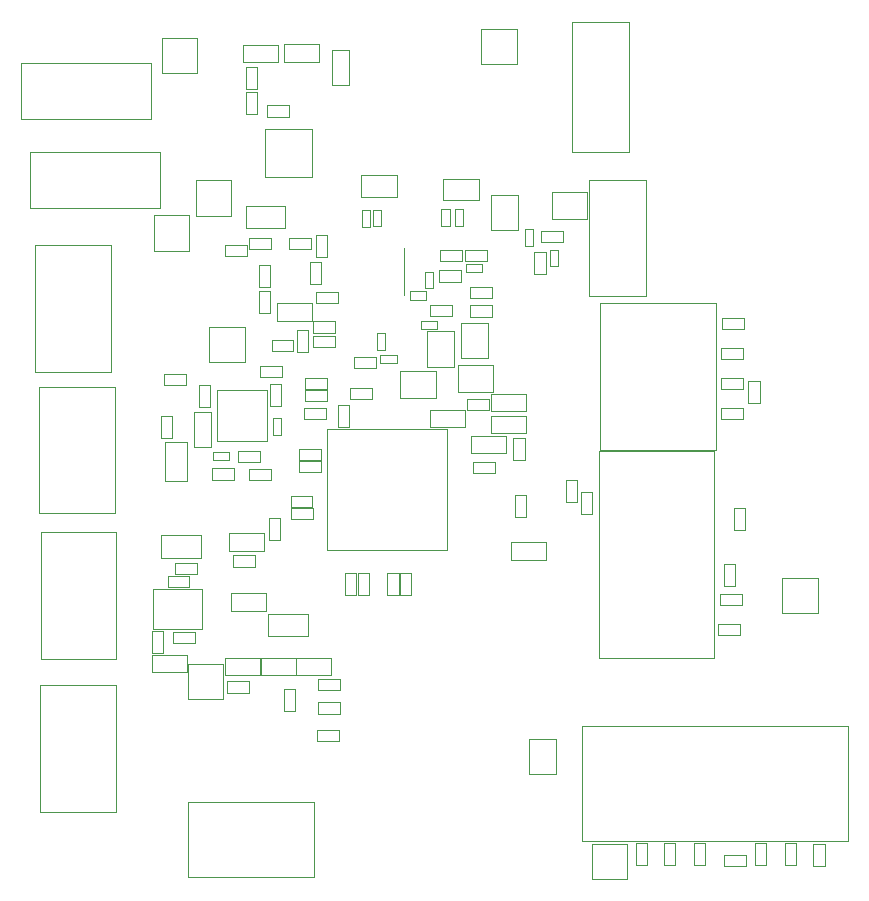
<source format=gbr>
G04 #@! TF.GenerationSoftware,KiCad,Pcbnew,(5.1.0)-1*
G04 #@! TF.CreationDate,2019-05-23T13:16:01+05:30*
G04 #@! TF.ProjectId,typec,74797065-632e-46b6-9963-61645f706362,rev?*
G04 #@! TF.SameCoordinates,Original*
G04 #@! TF.FileFunction,Other,User*
%FSLAX46Y46*%
G04 Gerber Fmt 4.6, Leading zero omitted, Abs format (unit mm)*
G04 Created by KiCad (PCBNEW (5.1.0)-1) date 2019-05-23 13:16:01*
%MOMM*%
%LPD*%
G04 APERTURE LIST*
%ADD10C,0.050000*%
G04 APERTURE END LIST*
D10*
X120065400Y-52104800D02*
X113665400Y-52104800D01*
X113665400Y-52104800D02*
X113665400Y-62804800D01*
X113665400Y-62804800D02*
X120065400Y-62804800D01*
X120065400Y-62804800D02*
X120065400Y-52104800D01*
X132728201Y-88513801D02*
X129768201Y-88513801D01*
X132728201Y-87053801D02*
X132728201Y-88513801D01*
X129768201Y-87053801D02*
X132728201Y-87053801D01*
X129768201Y-88513801D02*
X129768201Y-87053801D01*
X133323220Y-64390380D02*
X133323220Y-68690380D01*
X129023220Y-64390380D02*
X133323220Y-64390380D01*
X133323220Y-68690380D02*
X129023220Y-68690380D01*
X129023220Y-68690380D02*
X129023220Y-64390380D01*
X161498100Y-57005520D02*
X161498100Y-69405520D01*
X161498100Y-69405520D02*
X171298100Y-69405520D01*
X171298100Y-69405520D02*
X171298100Y-57005520D01*
X171298100Y-57005520D02*
X161498100Y-57005520D01*
X126570860Y-90532520D02*
X126570860Y-87532520D01*
X126570860Y-90532520D02*
X129570860Y-90532520D01*
X129570860Y-87532520D02*
X126570860Y-87532520D01*
X129570860Y-87532520D02*
X129570860Y-90532520D01*
X144879320Y-56340760D02*
X144879320Y-52340760D01*
X135165600Y-52413000D02*
X135165600Y-51473000D01*
X135165600Y-51473000D02*
X137025600Y-51473000D01*
X137025600Y-51473000D02*
X137025600Y-52413000D01*
X137025600Y-52413000D02*
X135165600Y-52413000D01*
X148210140Y-48296240D02*
X148210140Y-46476240D01*
X151210140Y-48296240D02*
X148210140Y-48296240D01*
X148210140Y-46476240D02*
X151210140Y-46476240D01*
X151210140Y-46476240D02*
X151210140Y-48296240D01*
X132626000Y-55966000D02*
X133566000Y-55966000D01*
X133566000Y-55966000D02*
X133566000Y-57826000D01*
X133566000Y-57826000D02*
X132626000Y-57826000D01*
X132626000Y-57826000D02*
X132626000Y-55966000D01*
X128410840Y-58987560D02*
X131410840Y-58987560D01*
X128410840Y-58987560D02*
X128410840Y-61987560D01*
X131410840Y-61987560D02*
X131410840Y-58987560D01*
X131410840Y-61987560D02*
X128410840Y-61987560D01*
X136944000Y-55359800D02*
X136944000Y-53499800D01*
X137884000Y-55359800D02*
X136944000Y-55359800D01*
X137884000Y-53499800D02*
X137884000Y-55359800D01*
X136944000Y-53499800D02*
X137884000Y-53499800D01*
X132626000Y-53807000D02*
X133566000Y-53807000D01*
X133566000Y-53807000D02*
X133566000Y-55667000D01*
X133566000Y-55667000D02*
X132626000Y-55667000D01*
X132626000Y-55667000D02*
X132626000Y-53807000D01*
X130275460Y-49592360D02*
X127275460Y-49592360D01*
X130275460Y-49592360D02*
X130275460Y-46592360D01*
X127275460Y-46592360D02*
X127275460Y-49592360D01*
X127275460Y-46592360D02*
X130275460Y-46592360D01*
X137477400Y-53073800D02*
X137477400Y-51213800D01*
X138417400Y-53073800D02*
X137477400Y-53073800D01*
X138417400Y-51213800D02*
X138417400Y-53073800D01*
X137477400Y-51213800D02*
X138417400Y-51213800D01*
X150484340Y-56591300D02*
X150484340Y-55651300D01*
X150484340Y-55651300D02*
X152344340Y-55651300D01*
X152344340Y-55651300D02*
X152344340Y-56591300D01*
X152344340Y-56591300D02*
X150484340Y-56591300D01*
X143301200Y-60974200D02*
X142601200Y-60974200D01*
X142601200Y-60974200D02*
X142601200Y-59574200D01*
X142601200Y-59574200D02*
X143301200Y-59574200D01*
X143301200Y-59574200D02*
X143301200Y-60974200D01*
X139029800Y-59499600D02*
X137169800Y-59499600D01*
X139029800Y-58559600D02*
X139029800Y-59499600D01*
X137169800Y-58559600D02*
X139029800Y-58559600D01*
X137169800Y-59499600D02*
X137169800Y-58559600D01*
X137474600Y-57035800D02*
X137474600Y-56095800D01*
X137474600Y-56095800D02*
X139334600Y-56095800D01*
X139334600Y-56095800D02*
X139334600Y-57035800D01*
X139334600Y-57035800D02*
X137474600Y-57035800D01*
X142509600Y-61556800D02*
X142509600Y-62496800D01*
X142509600Y-62496800D02*
X140649600Y-62496800D01*
X140649600Y-62496800D02*
X140649600Y-61556800D01*
X140649600Y-61556800D02*
X142509600Y-61556800D01*
X152324160Y-57200700D02*
X152324160Y-58140700D01*
X152324160Y-58140700D02*
X150464160Y-58140700D01*
X150464160Y-58140700D02*
X150464160Y-57200700D01*
X150464160Y-57200700D02*
X152324160Y-57200700D01*
X133619600Y-52438400D02*
X131759600Y-52438400D01*
X133619600Y-51498400D02*
X133619600Y-52438400D01*
X131759600Y-51498400D02*
X133619600Y-51498400D01*
X131759600Y-52438400D02*
X131759600Y-51498400D01*
X147705000Y-59201800D02*
X146305000Y-59201800D01*
X147705000Y-58501800D02*
X147705000Y-59201800D01*
X146305000Y-58501800D02*
X147705000Y-58501800D01*
X146305000Y-59201800D02*
X146305000Y-58501800D01*
X147365200Y-55767200D02*
X146665200Y-55767200D01*
X146665200Y-55767200D02*
X146665200Y-54367200D01*
X146665200Y-54367200D02*
X147365200Y-54367200D01*
X147365200Y-54367200D02*
X147365200Y-55767200D01*
X131489900Y-50683200D02*
X131489900Y-48783200D01*
X131489900Y-48783200D02*
X134849900Y-48783200D01*
X134849900Y-48783200D02*
X134849900Y-50683200D01*
X134849900Y-50683200D02*
X131489900Y-50683200D01*
X137169800Y-59753400D02*
X139029800Y-59753400D01*
X137169800Y-60693400D02*
X137169800Y-59753400D01*
X139029800Y-60693400D02*
X137169800Y-60693400D01*
X139029800Y-59753400D02*
X139029800Y-60693400D01*
X133679840Y-61038840D02*
X133679840Y-60098840D01*
X133679840Y-60098840D02*
X135539840Y-60098840D01*
X135539840Y-60098840D02*
X135539840Y-61038840D01*
X135539840Y-61038840D02*
X133679840Y-61038840D01*
X148963600Y-58077200D02*
X147103600Y-58077200D01*
X148963600Y-57137200D02*
X148963600Y-58077200D01*
X147103600Y-57137200D02*
X148963600Y-57137200D01*
X147103600Y-58077200D02*
X147103600Y-57137200D01*
X135828940Y-59288320D02*
X136768940Y-59288320D01*
X136768940Y-59288320D02*
X136768940Y-61148320D01*
X136768940Y-61148320D02*
X135828940Y-61148320D01*
X135828940Y-61148320D02*
X135828940Y-59288320D01*
X144286200Y-61397400D02*
X144286200Y-62097400D01*
X144286200Y-62097400D02*
X142886200Y-62097400D01*
X142886200Y-62097400D02*
X142886200Y-61397400D01*
X142886200Y-61397400D02*
X144286200Y-61397400D01*
X145388060Y-56699900D02*
X145388060Y-55999900D01*
X145388060Y-55999900D02*
X146788060Y-55999900D01*
X146788060Y-55999900D02*
X146788060Y-56699900D01*
X146788060Y-56699900D02*
X145388060Y-56699900D01*
X131638400Y-52997200D02*
X129778400Y-52997200D01*
X131638400Y-52057200D02*
X131638400Y-52997200D01*
X129778400Y-52057200D02*
X131638400Y-52057200D01*
X129778400Y-52997200D02*
X129778400Y-52057200D01*
X137090600Y-57029600D02*
X137090600Y-58489600D01*
X137090600Y-58489600D02*
X134130600Y-58489600D01*
X134130600Y-58489600D02*
X134130600Y-57029600D01*
X134130600Y-57029600D02*
X137090600Y-57029600D01*
X149700200Y-55181600D02*
X147840200Y-55181600D01*
X149700200Y-54241600D02*
X149700200Y-55181600D01*
X147840200Y-54241600D02*
X149700200Y-54241600D01*
X147840200Y-55181600D02*
X147840200Y-54241600D01*
X155943200Y-54501000D02*
X155943200Y-52641000D01*
X156883200Y-54501000D02*
X155943200Y-54501000D01*
X156883200Y-52641000D02*
X156883200Y-54501000D01*
X155943200Y-52641000D02*
X156883200Y-52641000D01*
X126527600Y-72088800D02*
X124627600Y-72088800D01*
X124627600Y-72088800D02*
X124627600Y-68728800D01*
X124627600Y-68728800D02*
X126527600Y-68728800D01*
X126527600Y-68728800D02*
X126527600Y-72088800D01*
X144275940Y-46171440D02*
X144275940Y-47991440D01*
X141275940Y-46171440D02*
X144275940Y-46171440D01*
X144275940Y-47991440D02*
X141275940Y-47991440D01*
X141275940Y-47991440D02*
X141275940Y-46171440D01*
X154443560Y-36770440D02*
X151443560Y-36770440D01*
X154443560Y-36770440D02*
X154443560Y-33770440D01*
X151443560Y-33770440D02*
X151443560Y-36770440D01*
X151443560Y-33770440D02*
X154443560Y-33770440D01*
X127105660Y-66198300D02*
X128565660Y-66198300D01*
X128565660Y-66198300D02*
X128565660Y-69158300D01*
X128565660Y-69158300D02*
X127105660Y-69158300D01*
X127105660Y-69158300D02*
X127105660Y-66198300D01*
X134457540Y-65730480D02*
X133517540Y-65730480D01*
X133517540Y-65730480D02*
X133517540Y-63870480D01*
X133517540Y-63870480D02*
X134457540Y-63870480D01*
X134457540Y-63870480D02*
X134457540Y-65730480D01*
X128491080Y-63944140D02*
X128491080Y-65804140D01*
X127551080Y-63944140D02*
X128491080Y-63944140D01*
X127551080Y-65804140D02*
X127551080Y-63944140D01*
X128491080Y-65804140D02*
X127551080Y-65804140D01*
X128643160Y-71943060D02*
X128643160Y-71003060D01*
X128643160Y-71003060D02*
X130503160Y-71003060D01*
X130503160Y-71003060D02*
X130503160Y-71943060D01*
X130503160Y-71943060D02*
X128643160Y-71943060D01*
X130812040Y-69512080D02*
X132672040Y-69512080D01*
X130812040Y-70452080D02*
X130812040Y-69512080D01*
X132672040Y-70452080D02*
X130812040Y-70452080D01*
X132672040Y-69512080D02*
X132672040Y-70452080D01*
X132709560Y-63291820D02*
X132709560Y-62351820D01*
X132709560Y-62351820D02*
X134569560Y-62351820D01*
X134569560Y-62351820D02*
X134569560Y-63291820D01*
X134569560Y-63291820D02*
X132709560Y-63291820D01*
X130118120Y-69624460D02*
X130118120Y-70324460D01*
X130118120Y-70324460D02*
X128718120Y-70324460D01*
X128718120Y-70324460D02*
X128718120Y-69624460D01*
X128718120Y-69624460D02*
X130118120Y-69624460D01*
X131782320Y-71986240D02*
X131782320Y-71046240D01*
X131782320Y-71046240D02*
X133642320Y-71046240D01*
X133642320Y-71046240D02*
X133642320Y-71986240D01*
X133642320Y-71986240D02*
X131782320Y-71986240D01*
X156529680Y-50865940D02*
X158389680Y-50865940D01*
X156529680Y-51805940D02*
X156529680Y-50865940D01*
X158389680Y-51805940D02*
X156529680Y-51805940D01*
X158389680Y-50865940D02*
X158389680Y-51805940D01*
X147939400Y-53454400D02*
X147939400Y-52514400D01*
X147939400Y-52514400D02*
X149799400Y-52514400D01*
X149799400Y-52514400D02*
X149799400Y-53454400D01*
X149799400Y-53454400D02*
X147939400Y-53454400D01*
X151882200Y-52514400D02*
X151882200Y-53454400D01*
X151882200Y-53454400D02*
X150022200Y-53454400D01*
X150022200Y-53454400D02*
X150022200Y-52514400D01*
X150022200Y-52514400D02*
X151882200Y-52514400D01*
X165386720Y-56413900D02*
X165386720Y-46613900D01*
X160586720Y-56413900D02*
X165386720Y-56413900D01*
X160586720Y-46613900D02*
X160586720Y-56413900D01*
X165386720Y-46613900D02*
X160586720Y-46613900D01*
X151535360Y-53696120D02*
X151535360Y-54396120D01*
X151535360Y-54396120D02*
X150135360Y-54396120D01*
X150135360Y-54396120D02*
X150135360Y-53696120D01*
X150135360Y-53696120D02*
X151535360Y-53696120D01*
X155825940Y-50729920D02*
X155825940Y-52129920D01*
X155125940Y-50729920D02*
X155825940Y-50729920D01*
X155125940Y-52129920D02*
X155125940Y-50729920D01*
X155825940Y-52129920D02*
X155125940Y-52129920D01*
X157239220Y-53877480D02*
X157239220Y-52477480D01*
X157939220Y-53877480D02*
X157239220Y-53877480D01*
X157939220Y-52477480D02*
X157939220Y-53877480D01*
X157239220Y-52477480D02*
X157939220Y-52477480D01*
X137659460Y-35101780D02*
X137659460Y-36561780D01*
X137659460Y-36561780D02*
X134699460Y-36561780D01*
X134699460Y-36561780D02*
X134699460Y-35101780D01*
X134699460Y-35101780D02*
X137659460Y-35101780D01*
X138807440Y-38541140D02*
X138807440Y-35581140D01*
X140267440Y-38541140D02*
X138807440Y-38541140D01*
X140267440Y-35581140D02*
X140267440Y-38541140D01*
X138807440Y-35581140D02*
X140267440Y-35581140D01*
X131275740Y-36574480D02*
X131275740Y-35114480D01*
X131275740Y-35114480D02*
X134235740Y-35114480D01*
X134235740Y-35114480D02*
X134235740Y-36574480D01*
X134235740Y-36574480D02*
X131275740Y-36574480D01*
X131533800Y-37020000D02*
X132473800Y-37020000D01*
X132473800Y-37020000D02*
X132473800Y-38880000D01*
X132473800Y-38880000D02*
X131533800Y-38880000D01*
X131533800Y-38880000D02*
X131533800Y-37020000D01*
X135118200Y-40271600D02*
X135118200Y-41211600D01*
X135118200Y-41211600D02*
X133258200Y-41211600D01*
X133258200Y-41211600D02*
X133258200Y-40271600D01*
X133258200Y-40271600D02*
X135118200Y-40271600D01*
X132423000Y-39100400D02*
X132423000Y-40960400D01*
X131483000Y-39100400D02*
X132423000Y-39100400D01*
X131483000Y-40960400D02*
X131483000Y-39100400D01*
X132423000Y-40960400D02*
X131483000Y-40960400D01*
X127407800Y-34517200D02*
X127407800Y-37517200D01*
X127407800Y-34517200D02*
X124407800Y-34517200D01*
X124407800Y-37517200D02*
X127407800Y-37517200D01*
X124407800Y-37517200D02*
X124407800Y-34517200D01*
X125224640Y-66532540D02*
X125224640Y-68392540D01*
X124284640Y-66532540D02*
X125224640Y-66532540D01*
X124284640Y-68392540D02*
X124284640Y-66532540D01*
X125224640Y-68392540D02*
X124284640Y-68392540D01*
X124546000Y-63975080D02*
X124546000Y-63035080D01*
X124546000Y-63035080D02*
X126406000Y-63035080D01*
X126406000Y-63035080D02*
X126406000Y-63975080D01*
X126406000Y-63975080D02*
X124546000Y-63975080D01*
X123688980Y-49574320D02*
X126688980Y-49574320D01*
X123688980Y-49574320D02*
X123688980Y-52574320D01*
X126688980Y-52574320D02*
X126688980Y-49574320D01*
X126688980Y-52574320D02*
X123688980Y-52574320D01*
X148062200Y-50473800D02*
X148062200Y-49073800D01*
X148762200Y-50473800D02*
X148062200Y-50473800D01*
X148762200Y-49073800D02*
X148762200Y-50473800D01*
X148062200Y-49073800D02*
X148762200Y-49073800D01*
X142983700Y-49111940D02*
X142983700Y-50511940D01*
X142283700Y-49111940D02*
X142983700Y-49111940D01*
X142283700Y-50511940D02*
X142283700Y-49111940D01*
X142983700Y-50511940D02*
X142283700Y-50511940D01*
X142005800Y-50519120D02*
X141305800Y-50519120D01*
X141305800Y-50519120D02*
X141305800Y-49119120D01*
X141305800Y-49119120D02*
X142005800Y-49119120D01*
X142005800Y-49119120D02*
X142005800Y-50519120D01*
X149879800Y-49058600D02*
X149879800Y-50458600D01*
X149179800Y-49058600D02*
X149879800Y-49058600D01*
X149179800Y-50458600D02*
X149179800Y-49058600D01*
X149879800Y-50458600D02*
X149179800Y-50458600D01*
X136509400Y-64274800D02*
X136509400Y-63334800D01*
X136509400Y-63334800D02*
X138369400Y-63334800D01*
X138369400Y-63334800D02*
X138369400Y-64274800D01*
X138369400Y-64274800D02*
X136509400Y-64274800D01*
X136484000Y-65290800D02*
X136484000Y-64350800D01*
X136484000Y-64350800D02*
X138344000Y-64350800D01*
X138344000Y-64350800D02*
X138344000Y-65290800D01*
X138344000Y-65290800D02*
X136484000Y-65290800D01*
X152123360Y-65130580D02*
X152123360Y-66070580D01*
X152123360Y-66070580D02*
X150263360Y-66070580D01*
X150263360Y-66070580D02*
X150263360Y-65130580D01*
X150263360Y-65130580D02*
X152123360Y-65130580D01*
X127396600Y-79921200D02*
X125536600Y-79921200D01*
X127396600Y-78981200D02*
X127396600Y-79921200D01*
X125536600Y-78981200D02*
X127396600Y-78981200D01*
X125536600Y-79921200D02*
X125536600Y-78981200D01*
X136458600Y-66814800D02*
X136458600Y-65874800D01*
X136458600Y-65874800D02*
X138318600Y-65874800D01*
X138318600Y-65874800D02*
X138318600Y-66814800D01*
X138318600Y-66814800D02*
X136458600Y-66814800D01*
X138741700Y-87052400D02*
X138741700Y-88512400D01*
X138741700Y-88512400D02*
X135781700Y-88512400D01*
X135781700Y-88512400D02*
X135781700Y-87052400D01*
X135781700Y-87052400D02*
X138741700Y-87052400D01*
X135744500Y-88512400D02*
X132784500Y-88512400D01*
X135744500Y-87052400D02*
X135744500Y-88512400D01*
X132784500Y-87052400D02*
X135744500Y-87052400D01*
X132784500Y-88512400D02*
X132784500Y-87052400D01*
X136019180Y-70269200D02*
X136019180Y-69329200D01*
X136019180Y-69329200D02*
X137879180Y-69329200D01*
X137879180Y-69329200D02*
X137879180Y-70269200D01*
X137879180Y-70269200D02*
X136019180Y-70269200D01*
X137886800Y-70370600D02*
X137886800Y-71310600D01*
X137886800Y-71310600D02*
X136026800Y-71310600D01*
X136026800Y-71310600D02*
X136026800Y-70370600D01*
X136026800Y-70370600D02*
X137886800Y-70370600D01*
X137147800Y-74307800D02*
X135287800Y-74307800D01*
X137147800Y-73367800D02*
X137147800Y-74307800D01*
X135287800Y-73367800D02*
X137147800Y-73367800D01*
X135287800Y-74307800D02*
X135287800Y-73367800D01*
X135290200Y-74333000D02*
X137150200Y-74333000D01*
X135290200Y-75273000D02*
X135290200Y-74333000D01*
X137150200Y-75273000D02*
X135290200Y-75273000D01*
X137150200Y-74333000D02*
X137150200Y-75273000D01*
X123538800Y-88258400D02*
X123538800Y-86798400D01*
X123538800Y-86798400D02*
X126498800Y-86798400D01*
X126498800Y-86798400D02*
X126498800Y-88258400D01*
X126498800Y-88258400D02*
X123538800Y-88258400D01*
X156880000Y-77270000D02*
X156880000Y-78730000D01*
X156880000Y-78730000D02*
X153920000Y-78730000D01*
X153920000Y-78730000D02*
X153920000Y-77270000D01*
X153920000Y-77270000D02*
X156880000Y-77270000D01*
X133179000Y-81591400D02*
X133179000Y-83051400D01*
X133179000Y-83051400D02*
X130219000Y-83051400D01*
X130219000Y-83051400D02*
X130219000Y-81591400D01*
X130219000Y-81591400D02*
X133179000Y-81591400D01*
X140850720Y-79872340D02*
X140850720Y-81732340D01*
X139910720Y-79872340D02*
X140850720Y-79872340D01*
X139910720Y-81732340D02*
X139910720Y-79872340D01*
X140850720Y-81732340D02*
X139910720Y-81732340D01*
X140997840Y-79885180D02*
X141937840Y-79885180D01*
X141937840Y-79885180D02*
X141937840Y-81745180D01*
X141937840Y-81745180D02*
X140997840Y-81745180D01*
X140997840Y-81745180D02*
X140997840Y-79885180D01*
X144437200Y-79842000D02*
X144437200Y-81702000D01*
X143497200Y-79842000D02*
X144437200Y-79842000D01*
X143497200Y-81702000D02*
X143497200Y-79842000D01*
X144437200Y-81702000D02*
X143497200Y-81702000D01*
X144530980Y-79842140D02*
X145470980Y-79842140D01*
X145470980Y-79842140D02*
X145470980Y-81702140D01*
X145470980Y-81702140D02*
X144530980Y-81702140D01*
X144530980Y-81702140D02*
X144530980Y-79842140D01*
X150059840Y-67488820D02*
X147099840Y-67488820D01*
X150059840Y-66028820D02*
X150059840Y-67488820D01*
X147099840Y-66028820D02*
X150059840Y-66028820D01*
X147099840Y-67488820D02*
X147099840Y-66028820D01*
X152286520Y-66178180D02*
X152286520Y-64718180D01*
X152286520Y-64718180D02*
X155246520Y-64718180D01*
X155246520Y-64718180D02*
X155246520Y-66178180D01*
X155246520Y-66178180D02*
X152286520Y-66178180D01*
X155226300Y-68014600D02*
X152266300Y-68014600D01*
X155226300Y-66554600D02*
X155226300Y-68014600D01*
X152266300Y-66554600D02*
X155226300Y-66554600D01*
X152266300Y-68014600D02*
X152266300Y-66554600D01*
X150564400Y-68256400D02*
X153524400Y-68256400D01*
X150564400Y-69716400D02*
X150564400Y-68256400D01*
X153524400Y-69716400D02*
X150564400Y-69716400D01*
X153524400Y-68256400D02*
X153524400Y-69716400D01*
X158610200Y-73828000D02*
X158610200Y-71968000D01*
X159550200Y-73828000D02*
X158610200Y-73828000D01*
X159550200Y-71968000D02*
X159550200Y-73828000D01*
X158610200Y-71968000D02*
X159550200Y-71968000D01*
X137577801Y-91756801D02*
X137577801Y-90816801D01*
X137577801Y-90816801D02*
X139437801Y-90816801D01*
X139437801Y-90816801D02*
X139437801Y-91756801D01*
X139437801Y-91756801D02*
X137577801Y-91756801D01*
X139437801Y-89766801D02*
X137577801Y-89766801D01*
X139437801Y-88826801D02*
X139437801Y-89766801D01*
X137577801Y-88826801D02*
X139437801Y-88826801D01*
X137577801Y-89766801D02*
X137577801Y-88826801D01*
X124352500Y-78572400D02*
X124352500Y-76672400D01*
X124352500Y-76672400D02*
X127712500Y-76672400D01*
X127712500Y-76672400D02*
X127712500Y-78572400D01*
X127712500Y-78572400D02*
X124352500Y-78572400D01*
X136734100Y-85227200D02*
X133374100Y-85227200D01*
X136734100Y-83327200D02*
X136734100Y-85227200D01*
X133374100Y-83327200D02*
X136734100Y-83327200D01*
X133374100Y-85227200D02*
X133374100Y-83327200D01*
X160794800Y-72984000D02*
X160794800Y-74844000D01*
X159854800Y-72984000D02*
X160794800Y-72984000D01*
X159854800Y-74844000D02*
X159854800Y-72984000D01*
X160794800Y-74844000D02*
X159854800Y-74844000D01*
X140319400Y-65113000D02*
X140319400Y-64173000D01*
X140319400Y-64173000D02*
X142179400Y-64173000D01*
X142179400Y-64173000D02*
X142179400Y-65113000D01*
X142179400Y-65113000D02*
X140319400Y-65113000D01*
X154279600Y-73253800D02*
X155219600Y-73253800D01*
X155219600Y-73253800D02*
X155219600Y-75113800D01*
X155219600Y-75113800D02*
X154279600Y-75113800D01*
X154279600Y-75113800D02*
X154279600Y-73253800D01*
X134730000Y-91530000D02*
X134730000Y-89670000D01*
X135670000Y-91530000D02*
X134730000Y-91530000D01*
X135670000Y-89670000D02*
X135670000Y-91530000D01*
X134730000Y-89670000D02*
X135670000Y-89670000D01*
X172859600Y-74381000D02*
X173799600Y-74381000D01*
X173799600Y-74381000D02*
X173799600Y-76241000D01*
X173799600Y-76241000D02*
X172859600Y-76241000D01*
X172859600Y-76241000D02*
X172859600Y-74381000D01*
X173523000Y-81622800D02*
X173523000Y-82562800D01*
X173523000Y-82562800D02*
X171663000Y-82562800D01*
X171663000Y-82562800D02*
X171663000Y-81622800D01*
X171663000Y-81622800D02*
X173523000Y-81622800D01*
X171510600Y-84137400D02*
X173370600Y-84137400D01*
X171510600Y-85077400D02*
X171510600Y-84137400D01*
X173370600Y-85077400D02*
X171510600Y-85077400D01*
X173370600Y-84137400D02*
X173370600Y-85077400D01*
X140220800Y-67452600D02*
X139280800Y-67452600D01*
X139280800Y-67452600D02*
X139280800Y-65592600D01*
X139280800Y-65592600D02*
X140220800Y-65592600D01*
X140220800Y-65592600D02*
X140220800Y-67452600D01*
X129930800Y-89979600D02*
X129930800Y-89039600D01*
X129930800Y-89039600D02*
X131790800Y-89039600D01*
X131790800Y-89039600D02*
X131790800Y-89979600D01*
X131790800Y-89979600D02*
X129930800Y-89979600D01*
X172961400Y-79130800D02*
X172961400Y-80990800D01*
X172021400Y-79130800D02*
X172961400Y-79130800D01*
X172021400Y-80990800D02*
X172021400Y-79130800D01*
X172961400Y-80990800D02*
X172021400Y-80990800D01*
X124873800Y-80124200D02*
X126733800Y-80124200D01*
X124873800Y-81064200D02*
X124873800Y-80124200D01*
X126733800Y-81064200D02*
X124873800Y-81064200D01*
X126733800Y-80124200D02*
X126733800Y-81064200D01*
X179565200Y-102778200D02*
X180505200Y-102778200D01*
X180505200Y-102778200D02*
X180505200Y-104638200D01*
X180505200Y-104638200D02*
X179565200Y-104638200D01*
X179565200Y-104638200D02*
X179565200Y-102778200D01*
X174586800Y-102679000D02*
X175526800Y-102679000D01*
X175526800Y-102679000D02*
X175526800Y-104539000D01*
X175526800Y-104539000D02*
X174586800Y-104539000D01*
X174586800Y-104539000D02*
X174586800Y-102679000D01*
X178074420Y-102750260D02*
X178074420Y-104610260D01*
X177134420Y-102750260D02*
X178074420Y-102750260D01*
X177134420Y-104610260D02*
X177134420Y-102750260D01*
X178074420Y-104610260D02*
X177134420Y-104610260D01*
X173721260Y-59215120D02*
X171861260Y-59215120D01*
X173721260Y-58275120D02*
X173721260Y-59215120D01*
X171861260Y-58275120D02*
X173721260Y-58275120D01*
X171861260Y-59215120D02*
X171861260Y-58275120D01*
X171967800Y-104660800D02*
X171967800Y-103720800D01*
X171967800Y-103720800D02*
X173827800Y-103720800D01*
X173827800Y-103720800D02*
X173827800Y-104660800D01*
X173827800Y-104660800D02*
X171967800Y-104660800D01*
X171702361Y-61770181D02*
X171702361Y-60830181D01*
X171702361Y-60830181D02*
X173562361Y-60830181D01*
X173562361Y-60830181D02*
X173562361Y-61770181D01*
X173562361Y-61770181D02*
X171702361Y-61770181D01*
X169456000Y-104564400D02*
X169456000Y-102704400D01*
X170396000Y-104564400D02*
X169456000Y-104564400D01*
X170396000Y-102704400D02*
X170396000Y-104564400D01*
X169456000Y-102704400D02*
X170396000Y-102704400D01*
X173583960Y-64317980D02*
X171723960Y-64317980D01*
X173583960Y-63377980D02*
X173583960Y-64317980D01*
X171723960Y-63377980D02*
X173583960Y-63377980D01*
X171723960Y-64317980D02*
X171723960Y-63377980D01*
X166890600Y-104562000D02*
X166890600Y-102702000D01*
X167830600Y-104562000D02*
X166890600Y-104562000D01*
X167830600Y-102702000D02*
X167830600Y-104562000D01*
X166890600Y-102702000D02*
X167830600Y-102702000D01*
X150733400Y-71386800D02*
X150733400Y-70446800D01*
X150733400Y-70446800D02*
X152593400Y-70446800D01*
X152593400Y-70446800D02*
X152593400Y-71386800D01*
X152593400Y-71386800D02*
X150733400Y-71386800D01*
X171751760Y-66832580D02*
X171751760Y-65892580D01*
X171751760Y-65892580D02*
X173611760Y-65892580D01*
X173611760Y-65892580D02*
X173611760Y-66832580D01*
X173611760Y-66832580D02*
X171751760Y-66832580D01*
X154165200Y-70272000D02*
X154165200Y-68412000D01*
X155105200Y-70272000D02*
X154165200Y-70272000D01*
X155105200Y-68412000D02*
X155105200Y-70272000D01*
X154165200Y-68412000D02*
X155105200Y-68412000D01*
X164503000Y-104562000D02*
X164503000Y-102702000D01*
X165443000Y-104562000D02*
X164503000Y-104562000D01*
X165443000Y-102702000D02*
X165443000Y-104562000D01*
X164503000Y-102702000D02*
X165443000Y-102702000D01*
X175003560Y-65489180D02*
X174063560Y-65489180D01*
X174063560Y-65489180D02*
X174063560Y-63629180D01*
X174063560Y-63629180D02*
X175003560Y-63629180D01*
X175003560Y-63629180D02*
X175003560Y-65489180D01*
X161383800Y-69558200D02*
X161383800Y-87058200D01*
X161383800Y-87058200D02*
X171183800Y-87058200D01*
X171183800Y-87058200D02*
X171183800Y-69558200D01*
X171183800Y-69558200D02*
X161383800Y-69558200D01*
X182486000Y-92778400D02*
X159936000Y-92778400D01*
X159936000Y-92778400D02*
X159936000Y-102578400D01*
X159936000Y-102578400D02*
X182486000Y-102578400D01*
X182486000Y-102578400D02*
X182486000Y-92778400D01*
X176909600Y-80237200D02*
X179909600Y-80237200D01*
X176909600Y-80237200D02*
X176909600Y-83237200D01*
X179909600Y-83237200D02*
X179909600Y-80237200D01*
X179909600Y-83237200D02*
X176909600Y-83237200D01*
X160785680Y-102784780D02*
X163785680Y-102784780D01*
X160785680Y-102784780D02*
X160785680Y-105784780D01*
X163785680Y-105784780D02*
X163785680Y-102784780D01*
X163785680Y-105784780D02*
X160785680Y-105784780D01*
X138339200Y-67651000D02*
X138339200Y-77891000D01*
X138339200Y-77891000D02*
X148579200Y-77891000D01*
X148579200Y-77891000D02*
X148579200Y-67651000D01*
X148579200Y-67651000D02*
X138339200Y-67651000D01*
X123630000Y-81180200D02*
X123630000Y-84580200D01*
X123630000Y-84580200D02*
X127830000Y-84580200D01*
X127830000Y-84580200D02*
X127830000Y-81180200D01*
X127830000Y-81180200D02*
X123630000Y-81180200D01*
X133779780Y-66767480D02*
X134479780Y-66767480D01*
X134479780Y-66767480D02*
X134479780Y-68167480D01*
X134479780Y-68167480D02*
X133779780Y-68167480D01*
X133779780Y-68167480D02*
X133779780Y-66767480D01*
X157766400Y-96910400D02*
X157766400Y-93910400D01*
X157766400Y-93910400D02*
X155466400Y-93910400D01*
X155466400Y-93910400D02*
X155466400Y-96910400D01*
X155466400Y-96910400D02*
X157766400Y-96910400D01*
X133052100Y-76511400D02*
X133052100Y-77971400D01*
X133052100Y-77971400D02*
X130092100Y-77971400D01*
X130092100Y-77971400D02*
X130092100Y-76511400D01*
X130092100Y-76511400D02*
X133052100Y-76511400D01*
X133464200Y-75219200D02*
X134404200Y-75219200D01*
X134404200Y-75219200D02*
X134404200Y-77079200D01*
X134404200Y-77079200D02*
X133464200Y-77079200D01*
X133464200Y-77079200D02*
X133464200Y-75219200D01*
X132296400Y-79311600D02*
X130436400Y-79311600D01*
X132296400Y-78371600D02*
X132296400Y-79311600D01*
X130436400Y-78371600D02*
X132296400Y-78371600D01*
X130436400Y-79311600D02*
X130436400Y-78371600D01*
X137500000Y-94094400D02*
X137500000Y-93154400D01*
X137500000Y-93154400D02*
X139360000Y-93154400D01*
X139360000Y-93154400D02*
X139360000Y-94094400D01*
X139360000Y-94094400D02*
X137500000Y-94094400D01*
X163923400Y-33195000D02*
X159123400Y-33195000D01*
X159123400Y-33195000D02*
X159123400Y-44195000D01*
X159123400Y-44195000D02*
X163923400Y-44195000D01*
X163923400Y-44195000D02*
X163923400Y-33195000D01*
X112468400Y-36635000D02*
X112468400Y-41435000D01*
X112468400Y-41435000D02*
X123468400Y-41435000D01*
X123468400Y-41435000D02*
X123468400Y-36635000D01*
X123468400Y-36635000D02*
X112468400Y-36635000D01*
X124255800Y-44178800D02*
X113255800Y-44178800D01*
X124255800Y-48978800D02*
X124255800Y-44178800D01*
X113255800Y-48978800D02*
X124255800Y-48978800D01*
X113255800Y-44178800D02*
X113255800Y-48978800D01*
X152000600Y-61655200D02*
X152000600Y-58655200D01*
X152000600Y-58655200D02*
X149700600Y-58655200D01*
X149700600Y-58655200D02*
X149700600Y-61655200D01*
X149700600Y-61655200D02*
X152000600Y-61655200D01*
X152460200Y-64523000D02*
X152460200Y-62223000D01*
X149460200Y-64523000D02*
X152460200Y-64523000D01*
X149460200Y-62223000D02*
X149460200Y-64523000D01*
X152460200Y-62223000D02*
X149460200Y-62223000D01*
X147583400Y-62731000D02*
X144583400Y-62731000D01*
X144583400Y-62731000D02*
X144583400Y-65031000D01*
X144583400Y-65031000D02*
X147583400Y-65031000D01*
X147583400Y-65031000D02*
X147583400Y-62731000D01*
X149130400Y-62391800D02*
X149130400Y-59391800D01*
X149130400Y-59391800D02*
X146830400Y-59391800D01*
X146830400Y-59391800D02*
X146830400Y-62391800D01*
X146830400Y-62391800D02*
X149130400Y-62391800D01*
X154586240Y-47841660D02*
X152286240Y-47841660D01*
X154586240Y-50841660D02*
X154586240Y-47841660D01*
X152286240Y-50841660D02*
X154586240Y-50841660D01*
X152286240Y-47841660D02*
X152286240Y-50841660D01*
X157396940Y-49867200D02*
X160396940Y-49867200D01*
X160396940Y-49867200D02*
X160396940Y-47567200D01*
X160396940Y-47567200D02*
X157396940Y-47567200D01*
X157396940Y-47567200D02*
X157396940Y-49867200D01*
X120484500Y-100058980D02*
X120484500Y-89358980D01*
X114084500Y-100058980D02*
X120484500Y-100058980D01*
X114084500Y-89358980D02*
X114084500Y-100058980D01*
X120484500Y-89358980D02*
X114084500Y-89358980D01*
X120425200Y-64073600D02*
X114025200Y-64073600D01*
X114025200Y-64073600D02*
X114025200Y-74773600D01*
X114025200Y-74773600D02*
X120425200Y-74773600D01*
X120425200Y-74773600D02*
X120425200Y-64073600D01*
X120522600Y-87112600D02*
X120522600Y-76412600D01*
X114122600Y-87112600D02*
X120522600Y-87112600D01*
X114122600Y-76412600D02*
X114122600Y-87112600D01*
X120522600Y-76412600D02*
X114122600Y-76412600D01*
X126567440Y-99233120D02*
X126567440Y-105633120D01*
X126567440Y-105633120D02*
X137267440Y-105633120D01*
X137267440Y-105633120D02*
X137267440Y-99233120D01*
X137267440Y-99233120D02*
X126567440Y-99233120D01*
X127206100Y-84848600D02*
X127206100Y-85788600D01*
X127206100Y-85788600D02*
X125346100Y-85788600D01*
X125346100Y-85788600D02*
X125346100Y-84848600D01*
X125346100Y-84848600D02*
X127206100Y-84848600D01*
X124460100Y-84731500D02*
X124460100Y-86591500D01*
X123520100Y-84731500D02*
X124460100Y-84731500D01*
X123520100Y-86591500D02*
X123520100Y-84731500D01*
X124460100Y-86591500D02*
X123520100Y-86591500D01*
X137149300Y-46297600D02*
X137149300Y-42297600D01*
X137149300Y-42297600D02*
X133149300Y-42297600D01*
X133149300Y-42297600D02*
X133149300Y-46297600D01*
X133149300Y-46297600D02*
X137149300Y-46297600D01*
M02*

</source>
